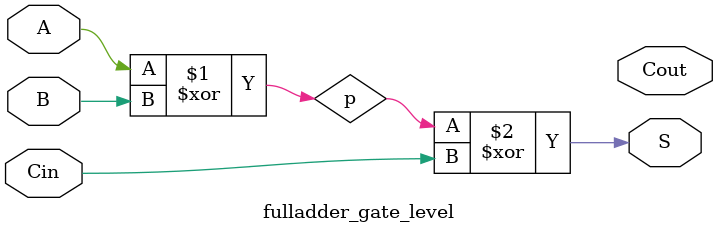
<source format=v>
module fulladder_gate_level
(input A,
 input B,
 input Cin,
 
 output S,
 output Cout );
        wire p,r,s;
               xor(p,A,B);
               xor(S,p,Cin);
               
               and(r,p,Cin);
               and(s,A,b);
               or(cout,r,s);
endmodule
</source>
